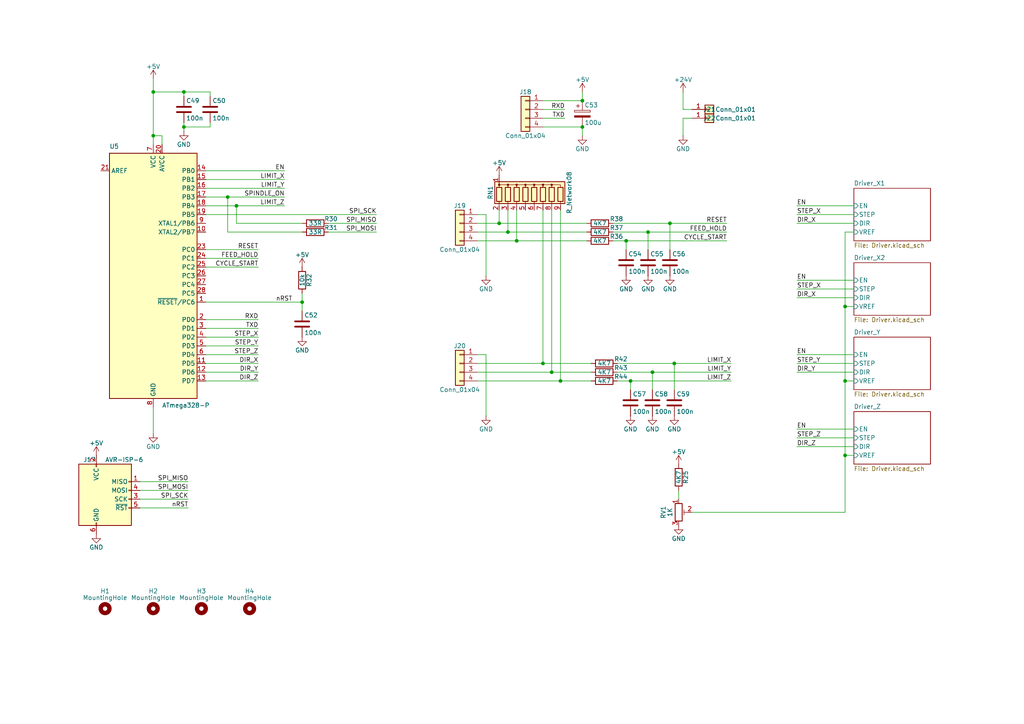
<source format=kicad_sch>
(kicad_sch (version 20250114) (generator "eeschema") (generator_version "9.0")
  (paper "A4")
  (lib_symbols
    (symbol "Connector:AVR-ISP-6" (pin_names (offset 1.016))
      (property "Reference" "J" (at -6.35 11.43 0))
      (property "Value" "AVR-ISP-6" (at 0 11.43 0))
      (symbol "AVR-ISP-6_0_1"
        (rectangle (start -2.667 10.16) (end -2.413 9.398))
        (rectangle (start -2.667 -6.858) (end -2.413 -7.62))
        (rectangle (start 7.62 10.16) (end -7.62 -7.62) (stroke (width 0.254)) (fill (type background)))
        (rectangle (start 7.62 5.207) (end 6.858 4.953))
        (rectangle (start 7.62 2.667) (end 6.858 2.413))
        (rectangle (start 7.62 0.127) (end 6.858 -0.127))
        (rectangle (start 7.62 -2.413) (end 6.858 -2.667))
      )
      (symbol "AVR-ISP-6_1_1"
        (pin passive line (at -2.54 12.7 270) (length 2.54) (name "VCC") (number "2"))
        (pin passive line (at -2.54 -10.16 90) (length 2.54) (name "GND") (number "6"))
        (pin passive line (at 10.16 5.08 180) (length 2.54) (name "MISO") (number "1"))
        (pin passive line (at 10.16 2.54 180) (length 2.54) (name "MOSI") (number "4"))
        (pin passive line (at 10.16 0 180) (length 2.54) (name "SCK") (number "3"))
        (pin passive line (at 10.16 -2.54 180) (length 2.54) (name "~{RST}") (number "5"))
      )
    )
    (symbol "Connector_Generic:Conn_01x01" (pin_names (offset 1.016) (hide yes))
      (property "Reference" "J" (at 0 2.54 0))
      (property "Value" "Conn_01x01" (at 0 -2.54 0))
      (symbol "Conn_01x01_1_1"
        (rectangle (start -1.27 1.27) (end 1.27 -1.27) (stroke (width 0.254)) (fill (type background)))
        (rectangle (start -1.27 0.127) (end 0 -0.127) (stroke (width 0.1524)))
        (pin passive line (at -5.08 0 0) (length 3.81) (name "Pin_1") (number "1"))
      )
    )
    (symbol "Connector_Generic:Conn_01x04" (pin_names (offset 1.016) (hide yes))
      (property "Reference" "J" (at 0 5.08 0))
      (property "Value" "Conn_01x04" (at 0 -7.62 0))
      (symbol "Conn_01x04_1_1"
        (rectangle (start -1.27 3.81) (end 1.27 -6.35) (stroke (width 0.254)) (fill (type background)))
        (rectangle (start -1.27 2.667) (end 0 2.413) (stroke (width 0.1524)))
        (rectangle (start -1.27 0.127) (end 0 -0.127) (stroke (width 0.1524)))
        (rectangle (start -1.27 -2.413) (end 0 -2.667) (stroke (width 0.1524)))
        (rectangle (start -1.27 -4.953) (end 0 -5.207) (stroke (width 0.1524)))
        (pin passive line (at -5.08 2.54 0) (length 3.81) (name "Pin_1") (number "1"))
        (pin passive line (at -5.08 0 0) (length 3.81) (name "Pin_2") (number "2"))
        (pin passive line (at -5.08 -2.54 0) (length 3.81) (name "Pin_3") (number "3"))
        (pin passive line (at -5.08 -5.08 0) (length 3.81) (name "Pin_4") (number "4"))
      )
    )
    (symbol "Device:C" (pin_numbers (hide yes)) (pin_names (offset 0.254))
      (property "Reference" "C" (at 0.635 2.54 0))
      (property "Value" "C" (at 0.635 -2.54 0))
      (symbol "C_0_1"
        (polyline (pts (xy -2.032 0.762) (xy 2.032 0.762)) (stroke (width 0.508)))
        (polyline (pts (xy -2.032 -0.762) (xy 2.032 -0.762)) (stroke (width 0.508)))
      )
      (symbol "C_1_1"
        (pin passive line (at 0 3.81 270) (length 2.794) (name "~") (number "1"))
        (pin passive line (at 0 -3.81 90) (length 2.794) (name "~") (number "2"))
      )
    )
    (symbol "Device:C_Polarized" (pin_numbers (hide yes)) (pin_names (offset 0.254))
      (property "Reference" "C" (at 0.635 2.54 0))
      (property "Value" "C_Polarized" (at 0.635 -2.54 0))
      (symbol "C_Polarized_0_1"
        (rectangle (start -2.286 0.508) (end 2.286 1.016))
        (polyline (pts (xy -1.778 2.286) (xy -0.762 2.286)))
        (polyline (pts (xy -1.27 2.794) (xy -1.27 1.778)))
        (rectangle (start 2.286 -0.508) (end -2.286 -1.016) (fill (type outline)))
      )
      (symbol "C_Polarized_1_1"
        (pin passive line (at 0 3.81 270) (length 2.794) (name "~") (number "1"))
        (pin passive line (at 0 -3.81 90) (length 2.794) (name "~") (number "2"))
      )
    )
    (symbol "Device:R" (pin_numbers (hide yes)) (pin_names (offset 0))
      (property "Reference" "R" (at 2.032 0 90))
      (property "Value" "R" (at 0 0 90))
      (symbol "R_0_1"
        (rectangle (start -1.016 -2.54) (end 1.016 2.54) (stroke (width 0.254)))
      )
      (symbol "R_1_1"
        (pin passive line (at 0 3.81 270) (length 1.27) (name "~") (number "1"))
        (pin passive line (at 0 -3.81 90) (length 1.27) (name "~") (number "2"))
      )
    )
    (symbol "Device:R_Network08" (pin_names (offset 0) (hide yes))
      (property "Reference" "RN" (at -12.7 0 90))
      (property "Value" "R_Network08" (at 10.16 0 90))
      (symbol "R_Network08_0_1"
        (rectangle (start -11.43 -3.175) (end 8.89 3.175) (stroke (width 0.254)) (fill (type background)))
        (rectangle (start -10.922 1.524) (end -9.398 -2.54) (stroke (width 0.254)))
        (circle (center -10.16 2.286) (radius 0.254) (fill (type outline)))
        (polyline (pts (xy -10.16 1.524) (xy -10.16 2.286) (xy -7.62 2.286) (xy -7.62 1.524)))
        (polyline (pts (xy -10.16 -2.54) (xy -10.16 -3.81)))
        (rectangle (start -8.382 1.524) (end -6.858 -2.54) (stroke (width 0.254)))
        (circle (center -7.62 2.286) (radius 0.254) (fill (type outline)))
        (polyline (pts (xy -7.62 1.524) (xy -7.62 2.286) (xy -5.08 2.286) (xy -5.08 1.524)))
        (polyline (pts (xy -7.62 -2.54) (xy -7.62 -3.81)))
        (rectangle (start -5.842 1.524) (end -4.318 -2.54) (stroke (width 0.254)))
        (circle (center -5.08 2.286) (radius 0.254) (fill (type outline)))
        (polyline (pts (xy -5.08 1.524) (xy -5.08 2.286) (xy -2.54 2.286) (xy -2.54 1.524)))
        (polyline (pts (xy -5.08 -2.54) (xy -5.08 -3.81)))
        (rectangle (start -3.302 1.524) (end -1.778 -2.54) (stroke (width 0.254)))
        (circle (center -2.54 2.286) (radius 0.254) (fill (type outline)))
        (polyline (pts (xy -2.54 1.524) (xy -2.54 2.286) (xy 0 2.286) (xy 0 1.524)))
        (polyline (pts (xy -2.54 -2.54) (xy -2.54 -3.81)))
        (rectangle (start -0.762 1.524) (end 0.762 -2.54) (stroke (width 0.254)))
        (circle (center 0 2.286) (radius 0.254) (fill (type outline)))
        (polyline (pts (xy 0 1.524) (xy 0 2.286) (xy 2.54 2.286) (xy 2.54 1.524)))
        (polyline (pts (xy 0 -2.54) (xy 0 -3.81)))
        (rectangle (start 1.778 1.524) (end 3.302 -2.54) (stroke (width 0.254)))
        (circle (center 2.54 2.286) (radius 0.254) (fill (type outline)))
        (polyline (pts (xy 2.54 1.524) (xy 2.54 2.286) (xy 5.08 2.286) (xy 5.08 1.524)))
        (polyline (pts (xy 2.54 -2.54) (xy 2.54 -3.81)))
        (rectangle (start 4.318 1.524) (end 5.842 -2.54) (stroke (width 0.254)))
        (circle (center 5.08 2.286) (radius 0.254) (fill (type outline)))
        (polyline (pts (xy 5.08 1.524) (xy 5.08 2.286) (xy 7.62 2.286) (xy 7.62 1.524)))
        (polyline (pts (xy 5.08 -2.54) (xy 5.08 -3.81)))
        (rectangle (start 6.858 1.524) (end 8.382 -2.54) (stroke (width 0.254)))
        (polyline (pts (xy 7.62 -2.54) (xy 7.62 -3.81)))
      )
      (symbol "R_Network08_1_1"
        (pin passive line (at -10.16 5.08 270) (length 2.54) (name "common") (number "1"))
        (pin passive line (at -10.16 -5.08 90) (length 1.27) (name "R1") (number "2"))
        (pin passive line (at -7.62 -5.08 90) (length 1.27) (name "R2") (number "3"))
        (pin passive line (at -5.08 -5.08 90) (length 1.27) (name "R3") (number "4"))
        (pin passive line (at -2.54 -5.08 90) (length 1.27) (name "R4") (number "5"))
        (pin passive line (at 0 -5.08 90) (length 1.27) (name "R5") (number "6"))
        (pin passive line (at 2.54 -5.08 90) (length 1.27) (name "R6") (number "7"))
        (pin passive line (at 5.08 -5.08 90) (length 1.27) (name "R7") (number "8"))
        (pin passive line (at 7.62 -5.08 90) (length 1.27) (name "R8") (number "9"))
      )
    )
    (symbol "Device:R_Potentiometer_Trim" (pin_names (offset 1.016) (hide yes))
      (property "Reference" "RV" (at -4.445 0 90))
      (property "Value" "R_Potentiometer_Trim" (at -2.54 0 90))
      (symbol "R_Potentiometer_Trim_0_1"
        (rectangle (start 1.016 2.54) (end -1.016 -2.54) (stroke (width 0.254)))
        (polyline (pts (xy 1.524 0.762) (xy 1.524 -0.762)))
        (polyline (pts (xy 2.54 0) (xy 1.524 0)))
      )
      (symbol "R_Potentiometer_Trim_1_1"
        (pin passive line (at 0 3.81 270) (length 1.27) (name "1") (number "1"))
        (pin passive line (at 0 -3.81 90) (length 1.27) (name "3") (number "3"))
        (pin passive line (at 3.81 0 180) (length 1.27) (name "2") (number "2"))
      )
    )
    (symbol "MCU_Microchip_ATmega:ATmega328-P"
      (property "Reference" "U" (at -12.7 36.83 0))
      (property "Value" "ATmega328-P" (at 2.54 -36.83 0))
      (symbol "ATmega328-P_0_1"
        (rectangle (start -12.7 -35.56) (end 12.7 35.56) (stroke (width 0.254)) (fill (type background)))
      )
      (symbol "ATmega328-P_1_1"
        (pin passive line (at -15.24 30.48 0) (length 2.54) (name "AREF") (number "21"))
        (pin power_in line (at 0 38.1 270) (length 2.54) (name "VCC") (number "7"))
        (pin passive line (at 0 -38.1 90) (length 2.54) (hide yes) (name "GND") (number "22"))
        (pin power_in line (at 0 -38.1 90) (length 2.54) (name "GND") (number "8"))
        (pin power_in line (at 2.54 38.1 270) (length 2.54) (name "AVCC") (number "20"))
        (pin bidirectional line (at 15.24 30.48 180) (length 2.54) (name "PB0") (number "14"))
        (pin bidirectional line (at 15.24 27.94 180) (length 2.54) (name "PB1") (number "15"))
        (pin bidirectional line (at 15.24 25.4 180) (length 2.54) (name "PB2") (number "16"))
        (pin bidirectional line (at 15.24 22.86 180) (length 2.54) (name "PB3") (number "17"))
        (pin bidirectional line (at 15.24 20.32 180) (length 2.54) (name "PB4") (number "18"))
        (pin bidirectional line (at 15.24 17.78 180) (length 2.54) (name "PB5") (number "19"))
        (pin bidirectional line (at 15.24 15.24 180) (length 2.54) (name "XTAL1/PB6") (number "9"))
        (pin bidirectional line (at 15.24 12.7 180) (length 2.54) (name "XTAL2/PB7") (number "10"))
        (pin bidirectional line (at 15.24 7.62 180) (length 2.54) (name "PC0") (number "23"))
        (pin bidirectional line (at 15.24 5.08 180) (length 2.54) (name "PC1") (number "24"))
        (pin bidirectional line (at 15.24 2.54 180) (length 2.54) (name "PC2") (number "25"))
        (pin bidirectional line (at 15.24 0 180) (length 2.54) (name "PC3") (number "26"))
        (pin bidirectional line (at 15.24 -2.54 180) (length 2.54) (name "PC4") (number "27"))
        (pin bidirectional line (at 15.24 -5.08 180) (length 2.54) (name "PC5") (number "28"))
        (pin bidirectional line (at 15.24 -7.62 180) (length 2.54) (name "~{RESET}/PC6") (number "1"))
        (pin bidirectional line (at 15.24 -12.7 180) (length 2.54) (name "PD0") (number "2"))
        (pin bidirectional line (at 15.24 -15.24 180) (length 2.54) (name "PD1") (number "3"))
        (pin bidirectional line (at 15.24 -17.78 180) (length 2.54) (name "PD2") (number "4"))
        (pin bidirectional line (at 15.24 -20.32 180) (length 2.54) (name "PD3") (number "5"))
        (pin bidirectional line (at 15.24 -22.86 180) (length 2.54) (name "PD4") (number "6"))
        (pin bidirectional line (at 15.24 -25.4 180) (length 2.54) (name "PD5") (number "11"))
        (pin bidirectional line (at 15.24 -27.94 180) (length 2.54) (name "PD6") (number "12"))
        (pin bidirectional line (at 15.24 -30.48 180) (length 2.54) (name "PD7") (number "13"))
      )
    )
    (symbol "Mechanical:MountingHole" (pin_names (offset 1.016)) (in_bom no)
      (property "Reference" "H" (at 0 5.08 0))
      (property "Value" "MountingHole" (at 0 3.175 0))
      (symbol "MountingHole_0_1"
        (circle (center 0 0) (radius 1.27) (stroke (width 1.27)))
      )
    )
    (symbol "power:+24V" (power) (pin_numbers (hide yes)) (pin_names (offset 0) (hide yes))
      (property "Value" "+24V" (at 0 3.556 0))
      (symbol "+24V_0_1"
        (polyline (pts (xy -0.762 1.27) (xy 0 2.54)))
        (polyline (pts (xy 0 2.54) (xy 0.762 1.27)))
        (polyline (pts (xy 0 0) (xy 0 2.54)))
      )
      (symbol "+24V_1_1"
        (pin power_in line (at 0 0 90) (length 0) (name "~") (number "1"))
      )
    )
    (symbol "power:+5V" (power) (pin_numbers (hide yes)) (pin_names (offset 0) (hide yes))
      (property "Value" "+5V" (at 0 3.556 0))
      (symbol "+5V_0_1"
        (polyline (pts (xy -0.762 1.27) (xy 0 2.54)))
        (polyline (pts (xy 0 2.54) (xy 0.762 1.27)))
        (polyline (pts (xy 0 0) (xy 0 2.54)))
      )
      (symbol "+5V_1_1"
        (pin power_in line (at 0 0 90) (length 0) (name "~") (number "1"))
      )
    )
    (symbol "power:GND" (power) (pin_numbers (hide yes)) (pin_names (offset 0) (hide yes))
      (property "Value" "GND" (at 0 -3.81 0))
      (symbol "GND_0_1"
        (polyline (pts (xy 0 0) (xy 0 -1.27) (xy 1.27 -1.27) (xy 0 -2.54) (xy -1.27 -1.27) (xy 0 -1.27)))
      )
      (symbol "GND_1_1"
        (pin power_in line (at 0 0 270) (length 0) (name "~") (number "1"))
      )
    )
  )
  (junction (at 68.58 59.69))
  (junction (at 187.96 67.31))
  (junction (at 168.91 29.21))
  (junction (at 53.34 36.83))
  (junction (at 144.78 64.77))
  (junction (at 44.45 26.67))
  (junction (at 149.86 69.85))
  (junction (at 160.02 107.95))
  (junction (at 245.11 132.08))
  (junction (at 147.32 67.31))
  (junction (at 189.23 107.95))
  (junction (at 44.45 39.37))
  (junction (at 157.48 105.41))
  (junction (at 66.04 57.15))
  (junction (at 181.61 69.85))
  (junction (at 162.56 110.49))
  (junction (at 195.58 105.41))
  (junction (at 245.11 110.49))
  (junction (at 168.91 36.83))
  (junction (at 87.63 87.63))
  (junction (at 53.34 26.67))
  (junction (at 194.31 64.77))
  (junction (at 182.88 110.49))
  (junction (at 245.11 88.9))
  (wire (pts (xy 59.69 100.33) (xy 74.93 100.33)))
  (wire (pts (xy 160.02 107.95) (xy 171.45 107.95)))
  (wire (pts (xy 59.69 77.47) (xy 74.93 77.47)))
  (wire (pts (xy 168.91 36.83) (xy 168.91 39.37)))
  (wire (pts (xy 59.69 105.41) (xy 74.93 105.41)))
  (wire (pts (xy 140.97 80.01) (xy 140.97 62.23)))
  (wire (pts (xy 157.48 34.29) (xy 163.83 34.29)))
  (wire (pts (xy 140.97 102.87) (xy 138.43 102.87)))
  (wire (pts (xy 177.8 64.77) (xy 194.31 64.77)))
  (wire (pts (xy 231.14 81.28) (xy 247.65 81.28)))
  (wire (pts (xy 59.69 74.93) (xy 74.93 74.93)))
  (wire (pts (xy 195.58 105.41) (xy 212.09 105.41)))
  (wire (pts (xy 245.11 110.49) (xy 247.65 110.49)))
  (wire (pts (xy 138.43 107.95) (xy 160.02 107.95)))
  (wire (pts (xy 46.99 39.37) (xy 46.99 41.91)))
  (wire (pts (xy 140.97 102.87) (xy 140.97 120.65)))
  (wire (pts (xy 245.11 67.31) (xy 247.65 67.31)))
  (wire (pts (xy 181.61 69.85) (xy 210.82 69.85)))
  (wire (pts (xy 196.85 142.24) (xy 196.85 144.78)))
  (wire (pts (xy 59.69 49.53) (xy 82.55 49.53)))
  (wire (pts (xy 87.63 85.09) (xy 87.63 87.63)))
  (wire (pts (xy 182.88 110.49) (xy 212.09 110.49)))
  (wire (pts (xy 200.66 31.75) (xy 198.12 31.75)))
  (wire (pts (xy 162.56 110.49) (xy 171.45 110.49)))
  (wire (pts (xy 60.96 26.67) (xy 60.96 27.94)))
  (wire (pts (xy 195.58 105.41) (xy 195.58 113.03)))
  (wire (pts (xy 157.48 36.83) (xy 168.91 36.83)))
  (wire (pts (xy 200.66 148.59) (xy 245.11 148.59)))
  (wire (pts (xy 194.31 64.77) (xy 210.82 64.77)))
  (wire (pts (xy 66.04 67.31) (xy 66.04 57.15)))
  (wire (pts (xy 182.88 110.49) (xy 182.88 113.03)))
  (wire (pts (xy 144.78 60.96) (xy 144.78 64.77)))
  (wire (pts (xy 44.45 39.37) (xy 46.99 39.37)))
  (wire (pts (xy 231.14 102.87) (xy 247.65 102.87)))
  (wire (pts (xy 231.14 124.46) (xy 247.65 124.46)))
  (wire (pts (xy 60.96 36.83) (xy 60.96 35.56)))
  (wire (pts (xy 44.45 26.67) (xy 53.34 26.67)))
  (wire (pts (xy 44.45 26.67) (xy 44.45 39.37)))
  (wire (pts (xy 157.48 31.75) (xy 163.83 31.75)))
  (wire (pts (xy 231.14 127) (xy 247.65 127)))
  (wire (pts (xy 59.69 102.87) (xy 74.93 102.87)))
  (wire (pts (xy 59.69 59.69) (xy 68.58 59.69)))
  (wire (pts (xy 144.78 64.77) (xy 170.18 64.77)))
  (wire (pts (xy 138.43 67.31) (xy 147.32 67.31)))
  (wire (pts (xy 59.69 57.15) (xy 66.04 57.15)))
  (wire (pts (xy 138.43 110.49) (xy 162.56 110.49)))
  (wire (pts (xy 40.64 144.78) (xy 54.61 144.78)))
  (wire (pts (xy 231.14 129.54) (xy 247.65 129.54)))
  (wire (pts (xy 59.69 97.79) (xy 74.93 97.79)))
  (wire (pts (xy 95.25 67.31) (xy 109.22 67.31)))
  (wire (pts (xy 231.14 105.41) (xy 247.65 105.41)))
  (wire (pts (xy 40.64 139.7) (xy 54.61 139.7)))
  (wire (pts (xy 198.12 31.75) (xy 198.12 26.67)))
  (wire (pts (xy 198.12 39.37) (xy 198.12 34.29)))
  (wire (pts (xy 95.25 64.77) (xy 109.22 64.77)))
  (wire (pts (xy 140.97 62.23) (xy 138.43 62.23)))
  (wire (pts (xy 157.48 60.96) (xy 157.48 105.41)))
  (wire (pts (xy 157.48 105.41) (xy 171.45 105.41)))
  (wire (pts (xy 177.8 69.85) (xy 181.61 69.85)))
  (wire (pts (xy 66.04 57.15) (xy 82.55 57.15)))
  (wire (pts (xy 138.43 105.41) (xy 157.48 105.41)))
  (wire (pts (xy 59.69 54.61) (xy 82.55 54.61)))
  (wire (pts (xy 44.45 41.91) (xy 44.45 39.37)))
  (wire (pts (xy 177.8 67.31) (xy 187.96 67.31)))
  (wire (pts (xy 187.96 67.31) (xy 210.82 67.31)))
  (wire (pts (xy 245.11 88.9) (xy 245.11 67.31)))
  (wire (pts (xy 53.34 36.83) (xy 53.34 38.1)))
  (wire (pts (xy 179.07 107.95) (xy 189.23 107.95)))
  (wire (pts (xy 87.63 67.31) (xy 66.04 67.31)))
  (wire (pts (xy 59.69 110.49) (xy 74.93 110.49)))
  (wire (pts (xy 149.86 69.85) (xy 170.18 69.85)))
  (wire (pts (xy 245.11 148.59) (xy 245.11 132.08)))
  (wire (pts (xy 245.11 132.08) (xy 245.11 110.49)))
  (wire (pts (xy 162.56 60.96) (xy 162.56 110.49)))
  (wire (pts (xy 168.91 26.67) (xy 168.91 29.21)))
  (wire (pts (xy 231.14 64.77) (xy 247.65 64.77)))
  (wire (pts (xy 231.14 59.69) (xy 247.65 59.69)))
  (wire (pts (xy 138.43 64.77) (xy 144.78 64.77)))
  (wire (pts (xy 59.69 107.95) (xy 74.93 107.95)))
  (wire (pts (xy 53.34 26.67) (xy 53.34 27.94)))
  (wire (pts (xy 231.14 62.23) (xy 247.65 62.23)))
  (wire (pts (xy 138.43 69.85) (xy 149.86 69.85)))
  (wire (pts (xy 149.86 60.96) (xy 149.86 69.85)))
  (wire (pts (xy 245.11 132.08) (xy 247.65 132.08)))
  (wire (pts (xy 189.23 107.95) (xy 212.09 107.95)))
  (wire (pts (xy 40.64 147.32) (xy 54.61 147.32)))
  (wire (pts (xy 181.61 69.85) (xy 181.61 72.39)))
  (wire (pts (xy 179.07 105.41) (xy 195.58 105.41)))
  (wire (pts (xy 157.48 29.21) (xy 168.91 29.21)))
  (wire (pts (xy 187.96 67.31) (xy 187.96 72.39)))
  (wire (pts (xy 87.63 87.63) (xy 87.63 90.17)))
  (wire (pts (xy 147.32 60.96) (xy 147.32 67.31)))
  (wire (pts (xy 231.14 83.82) (xy 247.65 83.82)))
  (wire (pts (xy 59.69 62.23) (xy 109.22 62.23)))
  (wire (pts (xy 179.07 110.49) (xy 182.88 110.49)))
  (wire (pts (xy 68.58 59.69) (xy 82.55 59.69)))
  (wire (pts (xy 231.14 86.36) (xy 247.65 86.36)))
  (wire (pts (xy 160.02 60.96) (xy 160.02 107.95)))
  (wire (pts (xy 59.69 52.07) (xy 82.55 52.07)))
  (wire (pts (xy 189.23 107.95) (xy 189.23 113.03)))
  (wire (pts (xy 53.34 35.56) (xy 53.34 36.83)))
  (wire (pts (xy 59.69 87.63) (xy 87.63 87.63)))
  (wire (pts (xy 53.34 26.67) (xy 60.96 26.67)))
  (wire (pts (xy 44.45 125.73) (xy 44.45 118.11)))
  (wire (pts (xy 40.64 142.24) (xy 54.61 142.24)))
  (wire (pts (xy 147.32 67.31) (xy 170.18 67.31)))
  (wire (pts (xy 53.34 36.83) (xy 60.96 36.83)))
  (wire (pts (xy 59.69 95.25) (xy 74.93 95.25)))
  (wire (pts (xy 59.69 72.39) (xy 74.93 72.39)))
  (wire (pts (xy 87.63 64.77) (xy 68.58 64.77)))
  (wire (pts (xy 59.69 92.71) (xy 74.93 92.71)))
  (wire (pts (xy 194.31 64.77) (xy 194.31 72.39)))
  (wire (pts (xy 245.11 88.9) (xy 247.65 88.9)))
  (wire (pts (xy 44.45 22.86) (xy 44.45 26.67)))
  (wire (pts (xy 231.14 107.95) (xy 247.65 107.95)))
  (wire (pts (xy 198.12 34.29) (xy 200.66 34.29)))
  (wire (pts (xy 68.58 64.77) (xy 68.58 59.69)))
  (wire (pts (xy 245.11 110.49) (xy 245.11 88.9)))
  (label "LIMIT_X" (at 82.55 52.07 180))
  (label "LIMIT_X" (at 212.09 105.41 180))
  (label "RXD" (at 163.83 31.75 180))
  (label "DIR_Z" (at 74.93 110.49 180))
  (label "SPI_MISO" (at 54.61 139.7 180))
  (label "RESET" (at 74.93 72.39 180))
  (label "DIR_Y" (at 231.14 107.95 0))
  (label "RXD" (at 74.93 92.71 180))
  (label "EN" (at 231.14 81.28 0))
  (label "EN" (at 231.14 124.46 0))
  (label "STEP_X" (at 231.14 83.82 0))
  (label "SPI_SCK" (at 109.22 62.23 180))
  (label "STEP_Y" (at 231.14 105.41 0))
  (label "EN" (at 231.14 102.87 0))
  (label "EN" (at 231.14 59.69 0))
  (label "CYCLE_START" (at 210.82 69.85 180))
  (label "TXD" (at 163.83 34.29 180))
  (label "nRST" (at 54.61 147.32 180))
  (label "DIR_X" (at 74.93 105.41 180))
  (label "LIMIT_Y" (at 212.09 107.95 180))
  (label "STEP_Z" (at 74.93 102.87 180))
  (label "TXD" (at 74.93 95.25 180))
  (label "nRST" (at 80.01 87.63 0))
  (label "STEP_Z" (at 231.14 127 0))
  (label "STEP_Y" (at 74.93 100.33 180))
  (label "DIR_Z" (at 231.14 129.54 0))
  (label "DIR_X" (at 231.14 86.36 0))
  (label "LIMIT_Z" (at 82.55 59.69 180))
  (label "SPI_MOSI" (at 54.61 142.24 180))
  (label "SPINDLE_ON" (at 82.55 57.15 180))
  (label "SPI_SCK" (at 54.61 144.78 180))
  (label "DIR_X" (at 231.14 64.77 0))
  (label "RESET" (at 210.82 64.77 180))
  (label "EN" (at 82.55 49.53 180))
  (label "STEP_X" (at 231.14 62.23 0))
  (label "LIMIT_Z" (at 212.09 110.49 180))
  (label "SPI_MISO" (at 109.22 64.77 180))
  (label "SPI_MOSI" (at 109.22 67.31 180))
  (label "FEED_HOLD" (at 74.93 74.93 180))
  (label "CYCLE_START" (at 74.93 77.47 180))
  (label "DIR_Y" (at 74.93 107.95 180))
  (label "LIMIT_Y" (at 82.55 54.61 180))
  (label "FEED_HOLD" (at 210.82 67.31 180))
  (label "STEP_X" (at 74.93 97.79 180))
  (symbol (lib_id "power:GND") (at 53.34 38.1 0) (unit 1)
    (property "Reference" "#PWR046" (effects (hide yes)))
    (property "Value" "GND" (at 53.34 41.91 0))
    (property "Description" "Power symbol creates a global label with name \"GND\" , ground" (effects (hide yes)))
  )
  (symbol (lib_id "Device:C") (at 87.63 93.98 0) (unit 1)
    (property "Reference" "C52" (at 88.265 91.44 0) (effects (justify left)))
    (property "Value" "100n" (at 88.265 96.52 0) (effects (justify left)))
    (property "Footprint" "Capacitor_THT:C_Rect_L4.6mm_W2.0mm_P2.50mm_MKS02_FKP02" (effects (hide yes)))
    (property "Description" "Unpolarized capacitor" (effects (hide yes)))
  )
  (symbol (lib_id "Connector_Generic:Conn_01x04") (at 133.35 105.41 0) (mirror y) (unit 1)
    (property "Reference" "J20" (at 133.35 100.33 0))
    (property "Value" "Conn_01x04" (at 133.35 113.03 0))
    (property "Footprint" "Connector_PinHeader_2.54mm:PinHeader_1x04_P2.54mm_Vertical" (effects (hide yes)))
    (property "Description" "Generic connector, single row, 01x04, script generated (kicad-library-utils/schlib/autogen/connector/)" (effects (hide yes)))
  )
  (symbol (lib_id "power:GND") (at 195.58 120.65 0) (unit 1)
    (property "Reference" "#PWR062" (effects (hide yes)))
    (property "Value" "GND" (at 195.58 124.46 0))
    (property "Description" "Power symbol creates a global label with name \"GND\" , ground" (effects (hide yes)))
  )
  (symbol (lib_id "Device:C") (at 189.23 116.84 0) (unit 1)
    (property "Reference" "C58" (at 189.865 114.3 0) (effects (justify left)))
    (property "Value" "100n" (at 189.865 119.38 0) (effects (justify left)))
    (property "Footprint" "Capacitor_THT:C_Rect_L4.6mm_W2.0mm_P2.50mm_MKS02_FKP02" (effects (hide yes)))
    (property "Description" "Unpolarized capacitor" (effects (hide yes)))
  )
  (symbol (lib_id "Connector_Generic:Conn_01x04") (at 152.4 31.75 0) (mirror y) (unit 1)
    (property "Reference" "J18" (at 152.4 26.67 0))
    (property "Value" "Conn_01x04" (at 152.4 39.37 0))
    (property "Footprint" "Connector_PinHeader_2.54mm:PinHeader_1x04_P2.54mm_Vertical" (effects (hide yes)))
    (property "Description" "Generic connector, single row, 01x04, script generated (kicad-library-utils/schlib/autogen/connector/)" (effects (hide yes)))
  )
  (symbol (lib_id "Connector_Generic:Conn_01x01") (at 205.74 31.75 0) (unit 1)
    (property "Reference" "J21" (at 205.74 31.75 0))
    (property "Value" "Conn_01x01" (at 213.36 31.75 0))
    (property "Footprint" "Connector_PinHeader_2.54mm:PinHeader_1x01_P2.54mm_Vertical" (effects (hide yes)))
    (property "Description" "Generic connector, single row, 01x01, script generated (kicad-library-utils/schlib/autogen/connector/)" (effects (hide yes)))
  )
  (symbol (lib_id "Device:C_Polarized") (at 168.91 33.02 0) (unit 1)
    (property "Reference" "C53" (at 169.545 30.48 0) (effects (justify left)))
    (property "Value" "100u" (at 169.545 35.56 0) (effects (justify left)))
    (property "Footprint" "Capacitor_THT:CP_Radial_D6.3mm_P2.50mm" (effects (hide yes)))
    (property "Description" "Polarized capacitor" (effects (hide yes)))
  )
  (symbol (lib_id "Mechanical:MountingHole") (at 44.45 176.53 0) (unit 1) (in_bom no)
    (property "Reference" "H2" (at 44.45 171.45 0))
    (property "Value" "MountingHole" (at 44.45 173.355 0))
    (property "Footprint" "MountingHole:MountingHole_3.2mm_M3_DIN965" (effects (hide yes)))
    (property "Description" "Mounting Hole without connection" (effects (hide yes)))
  )
  (symbol (lib_id "power:+5V") (at 168.91 26.67 0) (unit 1)
    (property "Reference" "#PWR052" (effects (hide yes)))
    (property "Value" "+5V" (at 168.91 23.114 0))
    (property "Description" "Power symbol creates a global label with name \"+5V\"" (effects (hide yes)))
  )
  (symbol (lib_id "power:GND") (at 196.85 152.4 0) (unit 1)
    (property "Reference" "#PWR033" (effects (hide yes)))
    (property "Value" "GND" (at 196.85 156.21 0))
    (property "Description" "Power symbol creates a global label with name \"GND\" , ground" (effects (hide yes)))
  )
  (symbol (lib_id "Device:R") (at 175.26 110.49 90) (unit 1)
    (property "Reference" "R44" (at 180.086 109.22 90))
    (property "Value" "4K7" (at 175.26 110.49 90))
    (property "Footprint" "Resistor_THT:R_Axial_DIN0207_L6.3mm_D2.5mm_P2.54mm_Vertical" (effects (hide yes)))
    (property "Description" "Resistor" (effects (hide yes)))
  )
  (symbol (lib_id "power:GND") (at 187.96 80.01 0) (unit 1)
    (property "Reference" "#PWR054" (effects (hide yes)))
    (property "Value" "GND" (at 187.96 83.82 0))
    (property "Description" "Power symbol creates a global label with name \"GND\" , ground" (effects (hide yes)))
  )
  (symbol (lib_id "Device:C") (at 182.88 116.84 0) (unit 1)
    (property "Reference" "C57" (at 183.515 114.3 0) (effects (justify left)))
    (property "Value" "100n" (at 183.515 119.38 0) (effects (justify left)))
    (property "Footprint" "Capacitor_THT:C_Rect_L4.6mm_W2.0mm_P2.50mm_MKS02_FKP02" (effects (hide yes)))
    (property "Description" "Unpolarized capacitor" (effects (hide yes)))
  )
  (symbol (lib_id "Connector:AVR-ISP-6") (at 30.48 144.78 0) (unit 1)
    (property "Reference" "J17" (at 24.13 133.35 0) (effects (justify left)))
    (property "Value" "AVR-ISP-6" (at 30.48 133.35 0) (effects (justify left)))
    (property "Footprint" "Connector_PinHeader_2.54mm:PinHeader_2x03_P2.54mm_Vertical" (effects (hide yes)))
    (property "Description" "Atmel 6-pin ISP connector" (effects (hide yes)))
  )
  (symbol (lib_id "power:GND") (at 27.94 154.94 0) (unit 1)
    (property "Reference" "#PWR049" (effects (hide yes)))
    (property "Value" "GND" (at 27.94 158.75 0))
    (property "Description" "Power symbol creates a global label with name \"GND\" , ground" (effects (hide yes)))
  )
  (symbol (lib_id "power:GND") (at 44.45 125.73 0) (unit 1)
    (property "Reference" "#PWR043" (effects (hide yes)))
    (property "Value" "GND" (at 44.45 129.54 0))
    (property "Description" "Power symbol creates a global label with name \"GND\" , ground" (effects (hide yes)))
  )
  (symbol (lib_id "Device:R") (at 175.26 105.41 90) (unit 1)
    (property "Reference" "R42" (at 180.086 104.14 90))
    (property "Value" "4K7" (at 175.26 105.41 90))
    (property "Footprint" "Resistor_THT:R_Axial_DIN0207_L6.3mm_D2.5mm_P2.54mm_Vertical" (effects (hide yes)))
    (property "Description" "Resistor" (effects (hide yes)))
  )
  (symbol (lib_id "Device:R") (at 173.99 64.77 90) (unit 1)
    (property "Reference" "R38" (at 178.816 63.5 90))
    (property "Value" "4K7" (at 173.99 64.77 90))
    (property "Footprint" "Resistor_THT:R_Axial_DIN0207_L6.3mm_D2.5mm_P2.54mm_Vertical" (effects (hide yes)))
    (property "Description" "Resistor" (effects (hide yes)))
  )
  (symbol (lib_id "Device:C") (at 195.58 116.84 0) (unit 1)
    (property "Reference" "C59" (at 196.215 114.3 0) (effects (justify left)))
    (property "Value" "100n" (at 196.215 119.38 0) (effects (justify left)))
    (property "Footprint" "Capacitor_THT:C_Rect_L4.6mm_W2.0mm_P2.50mm_MKS02_FKP02" (effects (hide yes)))
    (property "Description" "Unpolarized capacitor" (effects (hide yes)))
  )
  (symbol (lib_id "power:GND") (at 198.12 39.37 0) (unit 1)
    (property "Reference" "#PWR063" (effects (hide yes)))
    (property "Value" "GND" (at 198.12 43.18 0))
    (property "Description" "Power symbol creates a global label with name \"GND\" , ground" (effects (hide yes)))
  )
  (symbol (lib_id "power:GND") (at 194.31 80.01 0) (unit 1)
    (property "Reference" "#PWR055" (effects (hide yes)))
    (property "Value" "GND" (at 194.31 83.82 0))
    (property "Description" "Power symbol creates a global label with name \"GND\" , ground" (effects (hide yes)))
  )
  (symbol (lib_id "power:GND") (at 182.88 120.65 0) (unit 1)
    (property "Reference" "#PWR060" (effects (hide yes)))
    (property "Value" "GND" (at 182.88 124.46 0))
    (property "Description" "Power symbol creates a global label with name \"GND\" , ground" (effects (hide yes)))
  )
  (symbol (lib_id "Mechanical:MountingHole") (at 30.48 176.53 0) (unit 1) (in_bom no)
    (property "Reference" "H1" (at 30.48 171.45 0))
    (property "Value" "MountingHole" (at 30.48 173.355 0))
    (property "Footprint" "MountingHole:MountingHole_3.2mm_M3_DIN965" (effects (hide yes)))
    (property "Description" "Mounting Hole without connection" (effects (hide yes)))
  )
  (symbol (lib_id "power:GND") (at 181.61 80.01 0) (unit 1)
    (property "Reference" "#PWR053" (effects (hide yes)))
    (property "Value" "GND" (at 181.61 83.82 0))
    (property "Description" "Power symbol creates a global label with name \"GND\" , ground" (effects (hide yes)))
  )
  (symbol (lib_id "Device:R") (at 173.99 69.85 90) (unit 1)
    (property "Reference" "R36" (at 178.816 68.58 90))
    (property "Value" "4K7" (at 173.99 69.85 90))
    (property "Footprint" "Resistor_THT:R_Axial_DIN0207_L6.3mm_D2.5mm_P2.54mm_Vertical" (effects (hide yes)))
    (property "Description" "Resistor" (effects (hide yes)))
  )
  (symbol (lib_id "power:+5V") (at 144.78 50.8 0) (unit 1)
    (property "Reference" "#PWR057" (effects (hide yes)))
    (property "Value" "+5V" (at 144.78 47.244 0))
    (property "Description" "Power symbol creates a global label with name \"+5V\"" (effects (hide yes)))
  )
  (symbol (lib_id "Device:R") (at 87.63 81.28 0) (unit 1)
    (property "Reference" "R32" (at 89.662 81.28 90))
    (property "Value" "10k" (at 87.63 81.28 90))
    (property "Footprint" "Resistor_THT:R_Axial_DIN0207_L6.3mm_D2.5mm_P2.54mm_Vertical" (effects (hide yes)))
    (property "Description" "Resistor" (effects (hide yes)))
  )
  (symbol (lib_id "Device:R") (at 175.26 107.95 90) (unit 1)
    (property "Reference" "R43" (at 180.086 106.68 90))
    (property "Value" "4K7" (at 175.26 107.95 90))
    (property "Footprint" "Resistor_THT:R_Axial_DIN0207_L6.3mm_D2.5mm_P2.54mm_Vertical" (effects (hide yes)))
    (property "Description" "Resistor" (effects (hide yes)))
  )
  (symbol (lib_id "Device:C") (at 60.96 31.75 0) (unit 1)
    (property "Reference" "C50" (at 61.595 29.21 0) (effects (justify left)))
    (property "Value" "100n" (at 61.595 34.29 0) (effects (justify left)))
    (property "Footprint" "Capacitor_THT:C_Rect_L4.6mm_W2.0mm_P2.50mm_MKS02_FKP02" (effects (hide yes)))
    (property "Description" "Unpolarized capacitor" (effects (hide yes)))
  )
  (symbol (lib_id "power:GND") (at 140.97 120.65 0) (unit 1)
    (property "Reference" "#PWR059" (effects (hide yes)))
    (property "Value" "GND" (at 140.97 124.46 0))
    (property "Description" "Power symbol creates a global label with name \"GND\" , ground" (effects (hide yes)))
  )
  (symbol (lib_id "Mechanical:MountingHole") (at 58.42 176.53 0) (unit 1) (in_bom no)
    (property "Reference" "H3" (at 58.42 171.45 0))
    (property "Value" "MountingHole" (at 58.42 173.355 0))
    (property "Footprint" "MountingHole:MountingHole_3.2mm_M3_DIN965" (effects (hide yes)))
    (property "Description" "Mounting Hole without connection" (effects (hide yes)))
  )
  (symbol (lib_id "power:+5V") (at 196.85 134.62 0) (unit 1)
    (property "Reference" "#PWR034" (effects (hide yes)))
    (property "Value" "+5V" (at 196.85 131.064 0))
    (property "Description" "Power symbol creates a global label with name \"+5V\"" (effects (hide yes)))
  )
  (symbol (lib_id "Connector_Generic:Conn_01x04") (at 133.35 64.77 0) (mirror y) (unit 1)
    (property "Reference" "J19" (at 133.35 59.69 0))
    (property "Value" "Conn_01x04" (at 133.35 72.39 0))
    (property "Footprint" "Connector_PinHeader_2.54mm:PinHeader_1x04_P2.54mm_Vertical" (effects (hide yes)))
    (property "Description" "Generic connector, single row, 01x04, script generated (kicad-library-utils/schlib/autogen/connector/)" (effects (hide yes)))
  )
  (symbol (lib_id "Device:R") (at 91.44 67.31 270) (unit 1)
    (property "Reference" "R31" (at 96.012 66.04 90))
    (property "Value" "33R" (at 91.44 67.31 90))
    (property "Footprint" "Resistor_THT:R_Axial_DIN0207_L6.3mm_D2.5mm_P2.54mm_Vertical" (effects (hide yes)))
    (property "Description" "Resistor" (effects (hide yes)))
  )
  (symbol (lib_id "Device:R") (at 173.99 67.31 90) (unit 1)
    (property "Reference" "R37" (at 178.816 66.04 90))
    (property "Value" "4K7" (at 173.99 67.31 90))
    (property "Footprint" "Resistor_THT:R_Axial_DIN0207_L6.3mm_D2.5mm_P2.54mm_Vertical" (effects (hide yes)))
    (property "Description" "Resistor" (effects (hide yes)))
  )
  (symbol (lib_id "MCU_Microchip_ATmega:ATmega328-P") (at 44.45 80.01 0) (unit 1)
    (property "Reference" "U5" (at 31.75 43.18 0) (effects (justify left bottom)))
    (property "Value" "ATmega328-P" (at 46.99 116.84 0) (effects (justify left top)))
    (property "Footprint" "Package_DIP:DIP-28_W7.62mm_LongPads" (effects (hide yes)))
    (property "Datasheet" "http://ww1.microchip.com/downloads/en/DeviceDoc/ATmega328_P%20AVR%20MCU%20with%20picoPower%20Technology%20Data%20Sheet%2040001984A.pdf" (effects (hide yes)))
    (property "Description" "20MHz, 32kB Flash, 2kB SRAM, 1kB EEPROM, DIP-28" (effects (hide yes)))
  )
  (symbol (lib_id "Device:C") (at 181.61 76.2 0) (unit 1)
    (property "Reference" "C54" (at 182.245 73.66 0) (effects (justify left)))
    (property "Value" "100n" (at 182.245 78.74 0) (effects (justify left)))
    (property "Footprint" "Capacitor_THT:C_Rect_L4.6mm_W2.0mm_P2.50mm_MKS02_FKP02" (effects (hide yes)))
    (property "Description" "Unpolarized capacitor" (effects (hide yes)))
  )
  (symbol (lib_id "power:GND") (at 87.63 97.79 0) (unit 1)
    (property "Reference" "#PWR047" (effects (hide yes)))
    (property "Value" "GND" (at 87.63 101.6 0))
    (property "Description" "Power symbol creates a global label with name \"GND\" , ground" (effects (hide yes)))
  )
  (symbol (lib_id "Connector_Generic:Conn_01x01") (at 205.74 34.29 0) (unit 1)
    (property "Reference" "J22" (at 205.74 34.29 0))
    (property "Value" "Conn_01x01" (at 213.36 34.29 0))
    (property "Footprint" "Connector_PinHeader_2.54mm:PinHeader_1x01_P2.54mm_Vertical" (effects (hide yes)))
    (property "Description" "Generic connector, single row, 01x01, script generated (kicad-library-utils/schlib/autogen/connector/)" (effects (hide yes)))
  )
  (symbol (lib_id "Mechanical:MountingHole") (at 72.39 176.53 0) (unit 1) (in_bom no)
    (property "Reference" "H4" (at 72.39 171.45 0))
    (property "Value" "MountingHole" (at 72.39 173.355 0))
    (property "Footprint" "MountingHole:MountingHole_3.2mm_M3_DIN965" (effects (hide yes)))
    (property "Description" "Mounting Hole without connection" (effects (hide yes)))
  )
  (symbol (lib_id "Device:R_Network08") (at 154.94 55.88 0) (unit 1)
    (property "Reference" "RN1" (at 142.24 55.88 90))
    (property "Value" "R_Network08" (at 165.1 55.88 90))
    (property "Footprint" "Resistor_THT:R_Array_SIP9" (effects (hide yes)))
    (property "Datasheet" "http://www.vishay.com/docs/31509/csc.pdf" (effects (hide yes)))
    (property "Description" "8 resistor network, star topology, bussed resistors, small symbol" (effects (hide yes)))
  )
  (symbol (lib_id "power:+5V") (at 44.45 22.86 0) (unit 1)
    (property "Reference" "#PWR044" (effects (hide yes)))
    (property "Value" "+5V" (at 44.45 19.304 0))
    (property "Description" "Power symbol creates a global label with name \"+5V\"" (effects (hide yes)))
  )
  (symbol (lib_id "Device:C") (at 194.31 76.2 0) (unit 1)
    (property "Reference" "C56" (at 194.945 73.66 0) (effects (justify left)))
    (property "Value" "100n" (at 194.945 78.74 0) (effects (justify left)))
    (property "Footprint" "Capacitor_THT:C_Rect_L4.6mm_W2.0mm_P2.50mm_MKS02_FKP02" (effects (hide yes)))
    (property "Description" "Unpolarized capacitor" (effects (hide yes)))
  )
  (symbol (lib_id "Device:R") (at 196.85 138.43 0) (unit 1)
    (property "Reference" "R25" (at 198.882 138.43 90))
    (property "Value" "4K7" (at 196.85 138.43 90))
    (property "Footprint" "Resistor_THT:R_Axial_DIN0207_L6.3mm_D2.5mm_P2.54mm_Vertical" (effects (hide yes)))
    (property "Description" "Resistor" (effects (hide yes)))
  )
  (symbol (lib_id "Device:R_Potentiometer_Trim") (at 196.85 148.59 0) (unit 1)
    (property "Reference" "RV1" (at 192.405 148.59 90))
    (property "Value" "1K" (at 194.31 148.59 90))
    (property "Footprint" "Potentiometer_THT:Potentiometer_Bourns_3266W_Vertical" (effects (hide yes)))
    (property "Description" "Trim-potentiometer" (effects (hide yes)))
  )
  (symbol (lib_id "Device:R") (at 91.44 64.77 270) (unit 1)
    (property "Reference" "R30" (at 96.012 63.5 90))
    (property "Value" "33R" (at 91.44 64.77 90))
    (property "Footprint" "Resistor_THT:R_Axial_DIN0207_L6.3mm_D2.5mm_P2.54mm_Vertical" (effects (hide yes)))
    (property "Description" "Resistor" (effects (hide yes)))
  )
  (symbol (lib_id "power:GND") (at 189.23 120.65 0) (unit 1)
    (property "Reference" "#PWR061" (effects (hide yes)))
    (property "Value" "GND" (at 189.23 124.46 0))
    (property "Description" "Power symbol creates a global label with name \"GND\" , ground" (effects (hide yes)))
  )
  (symbol (lib_id "power:GND") (at 168.91 39.37 0) (unit 1)
    (property "Reference" "#PWR051" (effects (hide yes)))
    (property "Value" "GND" (at 168.91 43.18 0))
    (property "Description" "Power symbol creates a global label with name \"GND\" , ground" (effects (hide yes)))
  )
  (symbol (lib_id "power:+5V") (at 87.63 77.47 0) (unit 1)
    (property "Reference" "#PWR048" (effects (hide yes)))
    (property "Value" "+5V" (at 87.63 73.914 0))
    (property "Description" "Power symbol creates a global label with name \"+5V\"" (effects (hide yes)))
  )
  (symbol (lib_id "Device:C") (at 187.96 76.2 0) (unit 1)
    (property "Reference" "C55" (at 188.595 73.66 0) (effects (justify left)))
    (property "Value" "100n" (at 188.595 78.74 0) (effects (justify left)))
    (property "Footprint" "Capacitor_THT:C_Rect_L4.6mm_W2.0mm_P2.50mm_MKS02_FKP02" (effects (hide yes)))
    (property "Description" "Unpolarized capacitor" (effects (hide yes)))
  )
  (symbol (lib_id "Device:C") (at 53.34 31.75 0) (unit 1)
    (property "Reference" "C49" (at 53.975 29.21 0) (effects (justify left)))
    (property "Value" "100n" (at 53.975 34.29 0) (effects (justify left)))
    (property "Footprint" "Capacitor_THT:C_Rect_L4.6mm_W2.0mm_P2.50mm_MKS02_FKP02" (effects (hide yes)))
    (property "Description" "Unpolarized capacitor" (effects (hide yes)))
  )
  (symbol (lib_id "power:+5V") (at 27.94 132.08 0) (unit 1)
    (property "Reference" "#PWR050" (effects (hide yes)))
    (property "Value" "+5V" (at 27.94 128.524 0))
    (property "Description" "Power symbol creates a global label with name \"+5V\"" (effects (hide yes)))
  )
  (symbol (lib_id "power:+24V") (at 198.12 26.67 0) (unit 1)
    (property "Reference" "#PWR064" (effects (hide yes)))
    (property "Value" "+24V" (at 198.12 23.114 0))
    (property "Description" "Power symbol creates a global label with name \"+24V\"" (effects (hide yes)))
  )
  (symbol (lib_id "power:GND") (at 140.97 80.01 0) (unit 1)
    (property "Reference" "#PWR056" (effects (hide yes)))
    (property "Value" "GND" (at 140.97 83.82 0))
    (property "Description" "Power symbol creates a global label with name \"GND\" , ground" (effects (hide yes)))
  )
  (sheet (at 247.65 97.79) (size 22.225 15.24) (stroke (width 0.1524))
    (property "Sheetname" "Driver_Y" (at 247.65 97.0784 0) (effects (justify left bottom)))
    (property "Sheetfile" "Driver.kicad_sch" (at 247.65 113.6146 0) (effects (justify left top)))
    (pin "VREF" input (at 247.65 110.49 180))
    (pin "STEP" input (at 247.65 105.41 180))
    (pin "EN" input (at 247.65 102.87 180))
    (pin "DIR" input (at 247.65 107.95 180))
  )
  (sheet (at 247.65 119.38) (size 22.225 15.24) (stroke (width 0.1524))
    (property "Sheetname" "Driver_Z" (at 247.65 118.6684 0) (effects (justify left bottom)))
    (property "Sheetfile" "Driver.kicad_sch" (at 247.65 135.2046 0) (effects (justify left top)))
    (pin "VREF" input (at 247.65 132.08 180))
    (pin "STEP" input (at 247.65 127 180))
    (pin "EN" input (at 247.65 124.46 180))
    (pin "DIR" input (at 247.65 129.54 180))
  )
  (sheet (at 247.65 54.61) (size 22.225 15.24) (stroke (width 0.1524))
    (property "Sheetname" "Driver_X1" (at 247.65 53.8984 0) (effects (justify left bottom)))
    (property "Sheetfile" "Driver.kicad_sch" (at 247.65 70.4346 0) (effects (justify left top)))
    (pin "VREF" input (at 247.65 67.31 180))
    (pin "STEP" input (at 247.65 62.23 180))
    (pin "EN" input (at 247.65 59.69 180))
    (pin "DIR" input (at 247.65 64.77 180))
  )
  (sheet (at 247.65 76.2) (size 22.225 15.24) (stroke (width 0.1524))
    (property "Sheetname" "Driver_X2" (at 247.65 75.4884 0) (effects (justify left bottom)))
    (property "Sheetfile" "Driver.kicad_sch" (at 247.65 92.0246 0) (effects (justify left top)))
    (pin "VREF" input (at 247.65 88.9 180))
    (pin "STEP" input (at 247.65 83.82 180))
    (pin "EN" input (at 247.65 81.28 180))
    (pin "DIR" input (at 247.65 86.36 180))
  )
)
</source>
